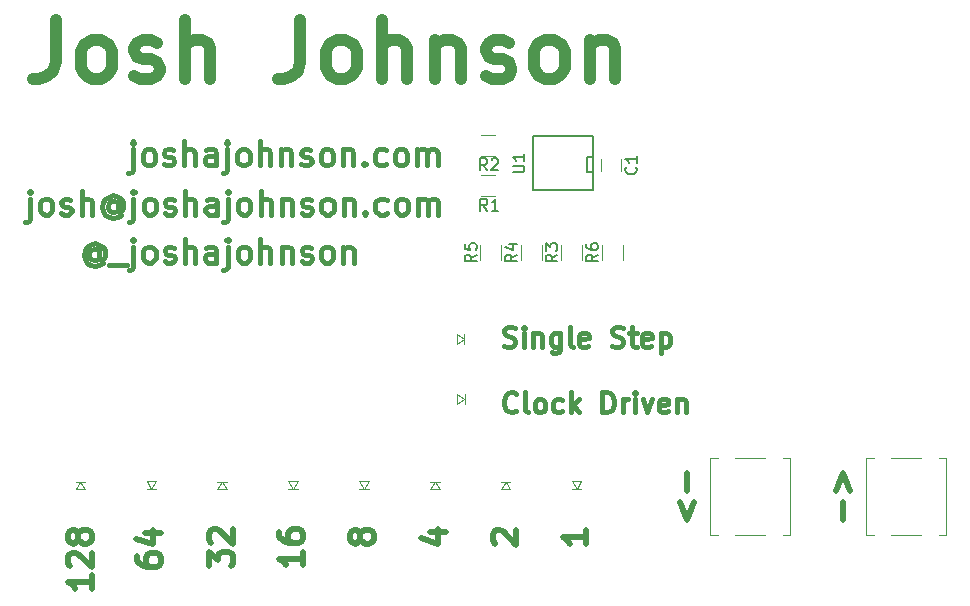
<source format=gbr>
G04 #@! TF.FileFunction,Legend,Top*
%FSLAX46Y46*%
G04 Gerber Fmt 4.6, Leading zero omitted, Abs format (unit mm)*
G04 Created by KiCad (PCBNEW 4.0.7) date 06/25/18 21:13:57*
%MOMM*%
%LPD*%
G01*
G04 APERTURE LIST*
%ADD10C,0.100000*%
%ADD11C,1.000000*%
%ADD12C,0.400000*%
%ADD13C,0.120000*%
%ADD14C,0.150000*%
%ADD15C,0.500000*%
G04 APERTURE END LIST*
D10*
D11*
X64907808Y-58602905D02*
X64907808Y-62174333D01*
X64669712Y-62888619D01*
X64193522Y-63364810D01*
X63479236Y-63602905D01*
X63003046Y-63602905D01*
X68003046Y-63602905D02*
X67526855Y-63364810D01*
X67288760Y-63126714D01*
X67050665Y-62650524D01*
X67050665Y-61221952D01*
X67288760Y-60745762D01*
X67526855Y-60507667D01*
X68003046Y-60269571D01*
X68717332Y-60269571D01*
X69193522Y-60507667D01*
X69431617Y-60745762D01*
X69669713Y-61221952D01*
X69669713Y-62650524D01*
X69431617Y-63126714D01*
X69193522Y-63364810D01*
X68717332Y-63602905D01*
X68003046Y-63602905D01*
X71574475Y-63364810D02*
X72050665Y-63602905D01*
X73003046Y-63602905D01*
X73479237Y-63364810D01*
X73717332Y-62888619D01*
X73717332Y-62650524D01*
X73479237Y-62174333D01*
X73003046Y-61936238D01*
X72288761Y-61936238D01*
X71812570Y-61698143D01*
X71574475Y-61221952D01*
X71574475Y-60983857D01*
X71812570Y-60507667D01*
X72288761Y-60269571D01*
X73003046Y-60269571D01*
X73479237Y-60507667D01*
X75860189Y-63602905D02*
X75860189Y-58602905D01*
X78003046Y-63602905D02*
X78003046Y-60983857D01*
X77764951Y-60507667D01*
X77288761Y-60269571D01*
X76574475Y-60269571D01*
X76098284Y-60507667D01*
X75860189Y-60745762D01*
X85622095Y-58602905D02*
X85622095Y-62174333D01*
X85383999Y-62888619D01*
X84907809Y-63364810D01*
X84193523Y-63602905D01*
X83717333Y-63602905D01*
X88717333Y-63602905D02*
X88241142Y-63364810D01*
X88003047Y-63126714D01*
X87764952Y-62650524D01*
X87764952Y-61221952D01*
X88003047Y-60745762D01*
X88241142Y-60507667D01*
X88717333Y-60269571D01*
X89431619Y-60269571D01*
X89907809Y-60507667D01*
X90145904Y-60745762D01*
X90384000Y-61221952D01*
X90384000Y-62650524D01*
X90145904Y-63126714D01*
X89907809Y-63364810D01*
X89431619Y-63602905D01*
X88717333Y-63602905D01*
X92526857Y-63602905D02*
X92526857Y-58602905D01*
X94669714Y-63602905D02*
X94669714Y-60983857D01*
X94431619Y-60507667D01*
X93955429Y-60269571D01*
X93241143Y-60269571D01*
X92764952Y-60507667D01*
X92526857Y-60745762D01*
X97050667Y-60269571D02*
X97050667Y-63602905D01*
X97050667Y-60745762D02*
X97288762Y-60507667D01*
X97764953Y-60269571D01*
X98479239Y-60269571D01*
X98955429Y-60507667D01*
X99193524Y-60983857D01*
X99193524Y-63602905D01*
X101336382Y-63364810D02*
X101812572Y-63602905D01*
X102764953Y-63602905D01*
X103241144Y-63364810D01*
X103479239Y-62888619D01*
X103479239Y-62650524D01*
X103241144Y-62174333D01*
X102764953Y-61936238D01*
X102050668Y-61936238D01*
X101574477Y-61698143D01*
X101336382Y-61221952D01*
X101336382Y-60983857D01*
X101574477Y-60507667D01*
X102050668Y-60269571D01*
X102764953Y-60269571D01*
X103241144Y-60507667D01*
X106336382Y-63602905D02*
X105860191Y-63364810D01*
X105622096Y-63126714D01*
X105384001Y-62650524D01*
X105384001Y-61221952D01*
X105622096Y-60745762D01*
X105860191Y-60507667D01*
X106336382Y-60269571D01*
X107050668Y-60269571D01*
X107526858Y-60507667D01*
X107764953Y-60745762D01*
X108003049Y-61221952D01*
X108003049Y-62650524D01*
X107764953Y-63126714D01*
X107526858Y-63364810D01*
X107050668Y-63602905D01*
X106336382Y-63602905D01*
X110145906Y-60269571D02*
X110145906Y-63602905D01*
X110145906Y-60745762D02*
X110384001Y-60507667D01*
X110860192Y-60269571D01*
X111574478Y-60269571D01*
X112050668Y-60507667D01*
X112288763Y-60983857D01*
X112288763Y-63602905D01*
D12*
X68597142Y-78184381D02*
X68501904Y-78089143D01*
X68311427Y-77993905D01*
X68120951Y-77993905D01*
X67930475Y-78089143D01*
X67835237Y-78184381D01*
X67739999Y-78374857D01*
X67739999Y-78565333D01*
X67835237Y-78755810D01*
X67930475Y-78851048D01*
X68120951Y-78946286D01*
X68311427Y-78946286D01*
X68501904Y-78851048D01*
X68597142Y-78755810D01*
X68597142Y-77993905D02*
X68597142Y-78755810D01*
X68692380Y-78851048D01*
X68787618Y-78851048D01*
X68978094Y-78755810D01*
X69073332Y-78565333D01*
X69073332Y-78089143D01*
X68882856Y-77803429D01*
X68597142Y-77612952D01*
X68216189Y-77517714D01*
X67835237Y-77612952D01*
X67549523Y-77803429D01*
X67359046Y-78089143D01*
X67263808Y-78470095D01*
X67359046Y-78851048D01*
X67549523Y-79136762D01*
X67835237Y-79327238D01*
X68216189Y-79422476D01*
X68597142Y-79327238D01*
X68882856Y-79136762D01*
X69454285Y-79327238D02*
X70978095Y-79327238D01*
X71454285Y-77803429D02*
X71454285Y-79517714D01*
X71359047Y-79708190D01*
X71168571Y-79803429D01*
X71073333Y-79803429D01*
X71454285Y-77136762D02*
X71359047Y-77232000D01*
X71454285Y-77327238D01*
X71549524Y-77232000D01*
X71454285Y-77136762D01*
X71454285Y-77327238D01*
X72692381Y-79136762D02*
X72501905Y-79041524D01*
X72406666Y-78946286D01*
X72311428Y-78755810D01*
X72311428Y-78184381D01*
X72406666Y-77993905D01*
X72501905Y-77898667D01*
X72692381Y-77803429D01*
X72978095Y-77803429D01*
X73168571Y-77898667D01*
X73263809Y-77993905D01*
X73359047Y-78184381D01*
X73359047Y-78755810D01*
X73263809Y-78946286D01*
X73168571Y-79041524D01*
X72978095Y-79136762D01*
X72692381Y-79136762D01*
X74120952Y-79041524D02*
X74311429Y-79136762D01*
X74692381Y-79136762D01*
X74882857Y-79041524D01*
X74978095Y-78851048D01*
X74978095Y-78755810D01*
X74882857Y-78565333D01*
X74692381Y-78470095D01*
X74406667Y-78470095D01*
X74216190Y-78374857D01*
X74120952Y-78184381D01*
X74120952Y-78089143D01*
X74216190Y-77898667D01*
X74406667Y-77803429D01*
X74692381Y-77803429D01*
X74882857Y-77898667D01*
X75835238Y-79136762D02*
X75835238Y-77136762D01*
X76692381Y-79136762D02*
X76692381Y-78089143D01*
X76597143Y-77898667D01*
X76406667Y-77803429D01*
X76120953Y-77803429D01*
X75930477Y-77898667D01*
X75835238Y-77993905D01*
X78501905Y-79136762D02*
X78501905Y-78089143D01*
X78406667Y-77898667D01*
X78216191Y-77803429D01*
X77835239Y-77803429D01*
X77644762Y-77898667D01*
X78501905Y-79041524D02*
X78311429Y-79136762D01*
X77835239Y-79136762D01*
X77644762Y-79041524D01*
X77549524Y-78851048D01*
X77549524Y-78660571D01*
X77644762Y-78470095D01*
X77835239Y-78374857D01*
X78311429Y-78374857D01*
X78501905Y-78279619D01*
X79454286Y-77803429D02*
X79454286Y-79517714D01*
X79359048Y-79708190D01*
X79168572Y-79803429D01*
X79073334Y-79803429D01*
X79454286Y-77136762D02*
X79359048Y-77232000D01*
X79454286Y-77327238D01*
X79549525Y-77232000D01*
X79454286Y-77136762D01*
X79454286Y-77327238D01*
X80692382Y-79136762D02*
X80501906Y-79041524D01*
X80406667Y-78946286D01*
X80311429Y-78755810D01*
X80311429Y-78184381D01*
X80406667Y-77993905D01*
X80501906Y-77898667D01*
X80692382Y-77803429D01*
X80978096Y-77803429D01*
X81168572Y-77898667D01*
X81263810Y-77993905D01*
X81359048Y-78184381D01*
X81359048Y-78755810D01*
X81263810Y-78946286D01*
X81168572Y-79041524D01*
X80978096Y-79136762D01*
X80692382Y-79136762D01*
X82216191Y-79136762D02*
X82216191Y-77136762D01*
X83073334Y-79136762D02*
X83073334Y-78089143D01*
X82978096Y-77898667D01*
X82787620Y-77803429D01*
X82501906Y-77803429D01*
X82311430Y-77898667D01*
X82216191Y-77993905D01*
X84025715Y-77803429D02*
X84025715Y-79136762D01*
X84025715Y-77993905D02*
X84120954Y-77898667D01*
X84311430Y-77803429D01*
X84597144Y-77803429D01*
X84787620Y-77898667D01*
X84882858Y-78089143D01*
X84882858Y-79136762D01*
X85740001Y-79041524D02*
X85930478Y-79136762D01*
X86311430Y-79136762D01*
X86501906Y-79041524D01*
X86597144Y-78851048D01*
X86597144Y-78755810D01*
X86501906Y-78565333D01*
X86311430Y-78470095D01*
X86025716Y-78470095D01*
X85835239Y-78374857D01*
X85740001Y-78184381D01*
X85740001Y-78089143D01*
X85835239Y-77898667D01*
X86025716Y-77803429D01*
X86311430Y-77803429D01*
X86501906Y-77898667D01*
X87740002Y-79136762D02*
X87549526Y-79041524D01*
X87454287Y-78946286D01*
X87359049Y-78755810D01*
X87359049Y-78184381D01*
X87454287Y-77993905D01*
X87549526Y-77898667D01*
X87740002Y-77803429D01*
X88025716Y-77803429D01*
X88216192Y-77898667D01*
X88311430Y-77993905D01*
X88406668Y-78184381D01*
X88406668Y-78755810D01*
X88311430Y-78946286D01*
X88216192Y-79041524D01*
X88025716Y-79136762D01*
X87740002Y-79136762D01*
X89263811Y-77803429D02*
X89263811Y-79136762D01*
X89263811Y-77993905D02*
X89359050Y-77898667D01*
X89549526Y-77803429D01*
X89835240Y-77803429D01*
X90025716Y-77898667D01*
X90120954Y-78089143D01*
X90120954Y-79136762D01*
X62724283Y-73736429D02*
X62724283Y-75450714D01*
X62629045Y-75641190D01*
X62438569Y-75736429D01*
X62343331Y-75736429D01*
X62724283Y-73069762D02*
X62629045Y-73165000D01*
X62724283Y-73260238D01*
X62819522Y-73165000D01*
X62724283Y-73069762D01*
X62724283Y-73260238D01*
X63962379Y-75069762D02*
X63771903Y-74974524D01*
X63676664Y-74879286D01*
X63581426Y-74688810D01*
X63581426Y-74117381D01*
X63676664Y-73926905D01*
X63771903Y-73831667D01*
X63962379Y-73736429D01*
X64248093Y-73736429D01*
X64438569Y-73831667D01*
X64533807Y-73926905D01*
X64629045Y-74117381D01*
X64629045Y-74688810D01*
X64533807Y-74879286D01*
X64438569Y-74974524D01*
X64248093Y-75069762D01*
X63962379Y-75069762D01*
X65390950Y-74974524D02*
X65581427Y-75069762D01*
X65962379Y-75069762D01*
X66152855Y-74974524D01*
X66248093Y-74784048D01*
X66248093Y-74688810D01*
X66152855Y-74498333D01*
X65962379Y-74403095D01*
X65676665Y-74403095D01*
X65486188Y-74307857D01*
X65390950Y-74117381D01*
X65390950Y-74022143D01*
X65486188Y-73831667D01*
X65676665Y-73736429D01*
X65962379Y-73736429D01*
X66152855Y-73831667D01*
X67105236Y-75069762D02*
X67105236Y-73069762D01*
X67962379Y-75069762D02*
X67962379Y-74022143D01*
X67867141Y-73831667D01*
X67676665Y-73736429D01*
X67390951Y-73736429D01*
X67200475Y-73831667D01*
X67105236Y-73926905D01*
X70152856Y-74117381D02*
X70057618Y-74022143D01*
X69867141Y-73926905D01*
X69676665Y-73926905D01*
X69486189Y-74022143D01*
X69390951Y-74117381D01*
X69295713Y-74307857D01*
X69295713Y-74498333D01*
X69390951Y-74688810D01*
X69486189Y-74784048D01*
X69676665Y-74879286D01*
X69867141Y-74879286D01*
X70057618Y-74784048D01*
X70152856Y-74688810D01*
X70152856Y-73926905D02*
X70152856Y-74688810D01*
X70248094Y-74784048D01*
X70343332Y-74784048D01*
X70533808Y-74688810D01*
X70629046Y-74498333D01*
X70629046Y-74022143D01*
X70438570Y-73736429D01*
X70152856Y-73545952D01*
X69771903Y-73450714D01*
X69390951Y-73545952D01*
X69105237Y-73736429D01*
X68914760Y-74022143D01*
X68819522Y-74403095D01*
X68914760Y-74784048D01*
X69105237Y-75069762D01*
X69390951Y-75260238D01*
X69771903Y-75355476D01*
X70152856Y-75260238D01*
X70438570Y-75069762D01*
X71486189Y-73736429D02*
X71486189Y-75450714D01*
X71390951Y-75641190D01*
X71200475Y-75736429D01*
X71105237Y-75736429D01*
X71486189Y-73069762D02*
X71390951Y-73165000D01*
X71486189Y-73260238D01*
X71581428Y-73165000D01*
X71486189Y-73069762D01*
X71486189Y-73260238D01*
X72724285Y-75069762D02*
X72533809Y-74974524D01*
X72438570Y-74879286D01*
X72343332Y-74688810D01*
X72343332Y-74117381D01*
X72438570Y-73926905D01*
X72533809Y-73831667D01*
X72724285Y-73736429D01*
X73009999Y-73736429D01*
X73200475Y-73831667D01*
X73295713Y-73926905D01*
X73390951Y-74117381D01*
X73390951Y-74688810D01*
X73295713Y-74879286D01*
X73200475Y-74974524D01*
X73009999Y-75069762D01*
X72724285Y-75069762D01*
X74152856Y-74974524D02*
X74343333Y-75069762D01*
X74724285Y-75069762D01*
X74914761Y-74974524D01*
X75009999Y-74784048D01*
X75009999Y-74688810D01*
X74914761Y-74498333D01*
X74724285Y-74403095D01*
X74438571Y-74403095D01*
X74248094Y-74307857D01*
X74152856Y-74117381D01*
X74152856Y-74022143D01*
X74248094Y-73831667D01*
X74438571Y-73736429D01*
X74724285Y-73736429D01*
X74914761Y-73831667D01*
X75867142Y-75069762D02*
X75867142Y-73069762D01*
X76724285Y-75069762D02*
X76724285Y-74022143D01*
X76629047Y-73831667D01*
X76438571Y-73736429D01*
X76152857Y-73736429D01*
X75962381Y-73831667D01*
X75867142Y-73926905D01*
X78533809Y-75069762D02*
X78533809Y-74022143D01*
X78438571Y-73831667D01*
X78248095Y-73736429D01*
X77867143Y-73736429D01*
X77676666Y-73831667D01*
X78533809Y-74974524D02*
X78343333Y-75069762D01*
X77867143Y-75069762D01*
X77676666Y-74974524D01*
X77581428Y-74784048D01*
X77581428Y-74593571D01*
X77676666Y-74403095D01*
X77867143Y-74307857D01*
X78343333Y-74307857D01*
X78533809Y-74212619D01*
X79486190Y-73736429D02*
X79486190Y-75450714D01*
X79390952Y-75641190D01*
X79200476Y-75736429D01*
X79105238Y-75736429D01*
X79486190Y-73069762D02*
X79390952Y-73165000D01*
X79486190Y-73260238D01*
X79581429Y-73165000D01*
X79486190Y-73069762D01*
X79486190Y-73260238D01*
X80724286Y-75069762D02*
X80533810Y-74974524D01*
X80438571Y-74879286D01*
X80343333Y-74688810D01*
X80343333Y-74117381D01*
X80438571Y-73926905D01*
X80533810Y-73831667D01*
X80724286Y-73736429D01*
X81010000Y-73736429D01*
X81200476Y-73831667D01*
X81295714Y-73926905D01*
X81390952Y-74117381D01*
X81390952Y-74688810D01*
X81295714Y-74879286D01*
X81200476Y-74974524D01*
X81010000Y-75069762D01*
X80724286Y-75069762D01*
X82248095Y-75069762D02*
X82248095Y-73069762D01*
X83105238Y-75069762D02*
X83105238Y-74022143D01*
X83010000Y-73831667D01*
X82819524Y-73736429D01*
X82533810Y-73736429D01*
X82343334Y-73831667D01*
X82248095Y-73926905D01*
X84057619Y-73736429D02*
X84057619Y-75069762D01*
X84057619Y-73926905D02*
X84152858Y-73831667D01*
X84343334Y-73736429D01*
X84629048Y-73736429D01*
X84819524Y-73831667D01*
X84914762Y-74022143D01*
X84914762Y-75069762D01*
X85771905Y-74974524D02*
X85962382Y-75069762D01*
X86343334Y-75069762D01*
X86533810Y-74974524D01*
X86629048Y-74784048D01*
X86629048Y-74688810D01*
X86533810Y-74498333D01*
X86343334Y-74403095D01*
X86057620Y-74403095D01*
X85867143Y-74307857D01*
X85771905Y-74117381D01*
X85771905Y-74022143D01*
X85867143Y-73831667D01*
X86057620Y-73736429D01*
X86343334Y-73736429D01*
X86533810Y-73831667D01*
X87771906Y-75069762D02*
X87581430Y-74974524D01*
X87486191Y-74879286D01*
X87390953Y-74688810D01*
X87390953Y-74117381D01*
X87486191Y-73926905D01*
X87581430Y-73831667D01*
X87771906Y-73736429D01*
X88057620Y-73736429D01*
X88248096Y-73831667D01*
X88343334Y-73926905D01*
X88438572Y-74117381D01*
X88438572Y-74688810D01*
X88343334Y-74879286D01*
X88248096Y-74974524D01*
X88057620Y-75069762D01*
X87771906Y-75069762D01*
X89295715Y-73736429D02*
X89295715Y-75069762D01*
X89295715Y-73926905D02*
X89390954Y-73831667D01*
X89581430Y-73736429D01*
X89867144Y-73736429D01*
X90057620Y-73831667D01*
X90152858Y-74022143D01*
X90152858Y-75069762D01*
X91105239Y-74879286D02*
X91200478Y-74974524D01*
X91105239Y-75069762D01*
X91010001Y-74974524D01*
X91105239Y-74879286D01*
X91105239Y-75069762D01*
X92914763Y-74974524D02*
X92724287Y-75069762D01*
X92343335Y-75069762D01*
X92152859Y-74974524D01*
X92057620Y-74879286D01*
X91962382Y-74688810D01*
X91962382Y-74117381D01*
X92057620Y-73926905D01*
X92152859Y-73831667D01*
X92343335Y-73736429D01*
X92724287Y-73736429D01*
X92914763Y-73831667D01*
X94057621Y-75069762D02*
X93867145Y-74974524D01*
X93771906Y-74879286D01*
X93676668Y-74688810D01*
X93676668Y-74117381D01*
X93771906Y-73926905D01*
X93867145Y-73831667D01*
X94057621Y-73736429D01*
X94343335Y-73736429D01*
X94533811Y-73831667D01*
X94629049Y-73926905D01*
X94724287Y-74117381D01*
X94724287Y-74688810D01*
X94629049Y-74879286D01*
X94533811Y-74974524D01*
X94343335Y-75069762D01*
X94057621Y-75069762D01*
X95581430Y-75069762D02*
X95581430Y-73736429D01*
X95581430Y-73926905D02*
X95676669Y-73831667D01*
X95867145Y-73736429D01*
X96152859Y-73736429D01*
X96343335Y-73831667D01*
X96438573Y-74022143D01*
X96438573Y-75069762D01*
X96438573Y-74022143D02*
X96533811Y-73831667D01*
X96724288Y-73736429D01*
X97010002Y-73736429D01*
X97200478Y-73831667D01*
X97295716Y-74022143D01*
X97295716Y-75069762D01*
X71423236Y-69548429D02*
X71423236Y-71262714D01*
X71327998Y-71453190D01*
X71137522Y-71548429D01*
X71042284Y-71548429D01*
X71423236Y-68881762D02*
X71327998Y-68977000D01*
X71423236Y-69072238D01*
X71518475Y-68977000D01*
X71423236Y-68881762D01*
X71423236Y-69072238D01*
X72661332Y-70881762D02*
X72470856Y-70786524D01*
X72375617Y-70691286D01*
X72280379Y-70500810D01*
X72280379Y-69929381D01*
X72375617Y-69738905D01*
X72470856Y-69643667D01*
X72661332Y-69548429D01*
X72947046Y-69548429D01*
X73137522Y-69643667D01*
X73232760Y-69738905D01*
X73327998Y-69929381D01*
X73327998Y-70500810D01*
X73232760Y-70691286D01*
X73137522Y-70786524D01*
X72947046Y-70881762D01*
X72661332Y-70881762D01*
X74089903Y-70786524D02*
X74280380Y-70881762D01*
X74661332Y-70881762D01*
X74851808Y-70786524D01*
X74947046Y-70596048D01*
X74947046Y-70500810D01*
X74851808Y-70310333D01*
X74661332Y-70215095D01*
X74375618Y-70215095D01*
X74185141Y-70119857D01*
X74089903Y-69929381D01*
X74089903Y-69834143D01*
X74185141Y-69643667D01*
X74375618Y-69548429D01*
X74661332Y-69548429D01*
X74851808Y-69643667D01*
X75804189Y-70881762D02*
X75804189Y-68881762D01*
X76661332Y-70881762D02*
X76661332Y-69834143D01*
X76566094Y-69643667D01*
X76375618Y-69548429D01*
X76089904Y-69548429D01*
X75899428Y-69643667D01*
X75804189Y-69738905D01*
X78470856Y-70881762D02*
X78470856Y-69834143D01*
X78375618Y-69643667D01*
X78185142Y-69548429D01*
X77804190Y-69548429D01*
X77613713Y-69643667D01*
X78470856Y-70786524D02*
X78280380Y-70881762D01*
X77804190Y-70881762D01*
X77613713Y-70786524D01*
X77518475Y-70596048D01*
X77518475Y-70405571D01*
X77613713Y-70215095D01*
X77804190Y-70119857D01*
X78280380Y-70119857D01*
X78470856Y-70024619D01*
X79423237Y-69548429D02*
X79423237Y-71262714D01*
X79327999Y-71453190D01*
X79137523Y-71548429D01*
X79042285Y-71548429D01*
X79423237Y-68881762D02*
X79327999Y-68977000D01*
X79423237Y-69072238D01*
X79518476Y-68977000D01*
X79423237Y-68881762D01*
X79423237Y-69072238D01*
X80661333Y-70881762D02*
X80470857Y-70786524D01*
X80375618Y-70691286D01*
X80280380Y-70500810D01*
X80280380Y-69929381D01*
X80375618Y-69738905D01*
X80470857Y-69643667D01*
X80661333Y-69548429D01*
X80947047Y-69548429D01*
X81137523Y-69643667D01*
X81232761Y-69738905D01*
X81327999Y-69929381D01*
X81327999Y-70500810D01*
X81232761Y-70691286D01*
X81137523Y-70786524D01*
X80947047Y-70881762D01*
X80661333Y-70881762D01*
X82185142Y-70881762D02*
X82185142Y-68881762D01*
X83042285Y-70881762D02*
X83042285Y-69834143D01*
X82947047Y-69643667D01*
X82756571Y-69548429D01*
X82470857Y-69548429D01*
X82280381Y-69643667D01*
X82185142Y-69738905D01*
X83994666Y-69548429D02*
X83994666Y-70881762D01*
X83994666Y-69738905D02*
X84089905Y-69643667D01*
X84280381Y-69548429D01*
X84566095Y-69548429D01*
X84756571Y-69643667D01*
X84851809Y-69834143D01*
X84851809Y-70881762D01*
X85708952Y-70786524D02*
X85899429Y-70881762D01*
X86280381Y-70881762D01*
X86470857Y-70786524D01*
X86566095Y-70596048D01*
X86566095Y-70500810D01*
X86470857Y-70310333D01*
X86280381Y-70215095D01*
X85994667Y-70215095D01*
X85804190Y-70119857D01*
X85708952Y-69929381D01*
X85708952Y-69834143D01*
X85804190Y-69643667D01*
X85994667Y-69548429D01*
X86280381Y-69548429D01*
X86470857Y-69643667D01*
X87708953Y-70881762D02*
X87518477Y-70786524D01*
X87423238Y-70691286D01*
X87328000Y-70500810D01*
X87328000Y-69929381D01*
X87423238Y-69738905D01*
X87518477Y-69643667D01*
X87708953Y-69548429D01*
X87994667Y-69548429D01*
X88185143Y-69643667D01*
X88280381Y-69738905D01*
X88375619Y-69929381D01*
X88375619Y-70500810D01*
X88280381Y-70691286D01*
X88185143Y-70786524D01*
X87994667Y-70881762D01*
X87708953Y-70881762D01*
X89232762Y-69548429D02*
X89232762Y-70881762D01*
X89232762Y-69738905D02*
X89328001Y-69643667D01*
X89518477Y-69548429D01*
X89804191Y-69548429D01*
X89994667Y-69643667D01*
X90089905Y-69834143D01*
X90089905Y-70881762D01*
X91042286Y-70691286D02*
X91137525Y-70786524D01*
X91042286Y-70881762D01*
X90947048Y-70786524D01*
X91042286Y-70691286D01*
X91042286Y-70881762D01*
X92851810Y-70786524D02*
X92661334Y-70881762D01*
X92280382Y-70881762D01*
X92089906Y-70786524D01*
X91994667Y-70691286D01*
X91899429Y-70500810D01*
X91899429Y-69929381D01*
X91994667Y-69738905D01*
X92089906Y-69643667D01*
X92280382Y-69548429D01*
X92661334Y-69548429D01*
X92851810Y-69643667D01*
X93994668Y-70881762D02*
X93804192Y-70786524D01*
X93708953Y-70691286D01*
X93613715Y-70500810D01*
X93613715Y-69929381D01*
X93708953Y-69738905D01*
X93804192Y-69643667D01*
X93994668Y-69548429D01*
X94280382Y-69548429D01*
X94470858Y-69643667D01*
X94566096Y-69738905D01*
X94661334Y-69929381D01*
X94661334Y-70500810D01*
X94566096Y-70691286D01*
X94470858Y-70786524D01*
X94280382Y-70881762D01*
X93994668Y-70881762D01*
X95518477Y-70881762D02*
X95518477Y-69548429D01*
X95518477Y-69738905D02*
X95613716Y-69643667D01*
X95804192Y-69548429D01*
X96089906Y-69548429D01*
X96280382Y-69643667D01*
X96375620Y-69834143D01*
X96375620Y-70881762D01*
X96375620Y-69834143D02*
X96470858Y-69643667D01*
X96661335Y-69548429D01*
X96947049Y-69548429D01*
X97137525Y-69643667D01*
X97232763Y-69834143D01*
X97232763Y-70881762D01*
X103913029Y-91666143D02*
X103832077Y-91747095D01*
X103589220Y-91828048D01*
X103427315Y-91828048D01*
X103184458Y-91747095D01*
X103022553Y-91585190D01*
X102941601Y-91423286D01*
X102860649Y-91099476D01*
X102860649Y-90856619D01*
X102941601Y-90532810D01*
X103022553Y-90370905D01*
X103184458Y-90209000D01*
X103427315Y-90128048D01*
X103589220Y-90128048D01*
X103832077Y-90209000D01*
X103913029Y-90289952D01*
X104884458Y-91828048D02*
X104722553Y-91747095D01*
X104641601Y-91585190D01*
X104641601Y-90128048D01*
X105774934Y-91828048D02*
X105613029Y-91747095D01*
X105532077Y-91666143D01*
X105451125Y-91504238D01*
X105451125Y-91018524D01*
X105532077Y-90856619D01*
X105613029Y-90775667D01*
X105774934Y-90694714D01*
X106017791Y-90694714D01*
X106179696Y-90775667D01*
X106260648Y-90856619D01*
X106341601Y-91018524D01*
X106341601Y-91504238D01*
X106260648Y-91666143D01*
X106179696Y-91747095D01*
X106017791Y-91828048D01*
X105774934Y-91828048D01*
X107798743Y-91747095D02*
X107636839Y-91828048D01*
X107313029Y-91828048D01*
X107151124Y-91747095D01*
X107070172Y-91666143D01*
X106989220Y-91504238D01*
X106989220Y-91018524D01*
X107070172Y-90856619D01*
X107151124Y-90775667D01*
X107313029Y-90694714D01*
X107636839Y-90694714D01*
X107798743Y-90775667D01*
X108527315Y-91828048D02*
X108527315Y-90128048D01*
X108689220Y-91180429D02*
X109174934Y-91828048D01*
X109174934Y-90694714D02*
X108527315Y-91342333D01*
X111198743Y-91828048D02*
X111198743Y-90128048D01*
X111603505Y-90128048D01*
X111846362Y-90209000D01*
X112008267Y-90370905D01*
X112089219Y-90532810D01*
X112170171Y-90856619D01*
X112170171Y-91099476D01*
X112089219Y-91423286D01*
X112008267Y-91585190D01*
X111846362Y-91747095D01*
X111603505Y-91828048D01*
X111198743Y-91828048D01*
X112898743Y-91828048D02*
X112898743Y-90694714D01*
X112898743Y-91018524D02*
X112979695Y-90856619D01*
X113060648Y-90775667D01*
X113222552Y-90694714D01*
X113384457Y-90694714D01*
X113951124Y-91828048D02*
X113951124Y-90694714D01*
X113951124Y-90128048D02*
X113870172Y-90209000D01*
X113951124Y-90289952D01*
X114032076Y-90209000D01*
X113951124Y-90128048D01*
X113951124Y-90289952D01*
X114598743Y-90694714D02*
X115003505Y-91828048D01*
X115408267Y-90694714D01*
X116703505Y-91747095D02*
X116541600Y-91828048D01*
X116217791Y-91828048D01*
X116055886Y-91747095D01*
X115974934Y-91585190D01*
X115974934Y-90937571D01*
X116055886Y-90775667D01*
X116217791Y-90694714D01*
X116541600Y-90694714D01*
X116703505Y-90775667D01*
X116784457Y-90937571D01*
X116784457Y-91099476D01*
X115974934Y-91261381D01*
X117513029Y-90694714D02*
X117513029Y-91828048D01*
X117513029Y-90856619D02*
X117593981Y-90775667D01*
X117755886Y-90694714D01*
X117998743Y-90694714D01*
X118160648Y-90775667D01*
X118241600Y-90937571D01*
X118241600Y-91828048D01*
X102837543Y-86184495D02*
X103080400Y-86265448D01*
X103485162Y-86265448D01*
X103647066Y-86184495D01*
X103728019Y-86103543D01*
X103808971Y-85941638D01*
X103808971Y-85779733D01*
X103728019Y-85617829D01*
X103647066Y-85536876D01*
X103485162Y-85455924D01*
X103161352Y-85374971D01*
X102999447Y-85294019D01*
X102918495Y-85213067D01*
X102837543Y-85051162D01*
X102837543Y-84889257D01*
X102918495Y-84727352D01*
X102999447Y-84646400D01*
X103161352Y-84565448D01*
X103566114Y-84565448D01*
X103808971Y-84646400D01*
X104537543Y-86265448D02*
X104537543Y-85132114D01*
X104537543Y-84565448D02*
X104456591Y-84646400D01*
X104537543Y-84727352D01*
X104618495Y-84646400D01*
X104537543Y-84565448D01*
X104537543Y-84727352D01*
X105347067Y-85132114D02*
X105347067Y-86265448D01*
X105347067Y-85294019D02*
X105428019Y-85213067D01*
X105589924Y-85132114D01*
X105832781Y-85132114D01*
X105994686Y-85213067D01*
X106075638Y-85374971D01*
X106075638Y-86265448D01*
X107613733Y-85132114D02*
X107613733Y-86508305D01*
X107532781Y-86670210D01*
X107451829Y-86751162D01*
X107289924Y-86832114D01*
X107047067Y-86832114D01*
X106885162Y-86751162D01*
X107613733Y-86184495D02*
X107451829Y-86265448D01*
X107128019Y-86265448D01*
X106966114Y-86184495D01*
X106885162Y-86103543D01*
X106804210Y-85941638D01*
X106804210Y-85455924D01*
X106885162Y-85294019D01*
X106966114Y-85213067D01*
X107128019Y-85132114D01*
X107451829Y-85132114D01*
X107613733Y-85213067D01*
X108666114Y-86265448D02*
X108504209Y-86184495D01*
X108423257Y-86022590D01*
X108423257Y-84565448D01*
X109961352Y-86184495D02*
X109799447Y-86265448D01*
X109475638Y-86265448D01*
X109313733Y-86184495D01*
X109232781Y-86022590D01*
X109232781Y-85374971D01*
X109313733Y-85213067D01*
X109475638Y-85132114D01*
X109799447Y-85132114D01*
X109961352Y-85213067D01*
X110042304Y-85374971D01*
X110042304Y-85536876D01*
X109232781Y-85698781D01*
X111985162Y-86184495D02*
X112228019Y-86265448D01*
X112632781Y-86265448D01*
X112794685Y-86184495D01*
X112875638Y-86103543D01*
X112956590Y-85941638D01*
X112956590Y-85779733D01*
X112875638Y-85617829D01*
X112794685Y-85536876D01*
X112632781Y-85455924D01*
X112308971Y-85374971D01*
X112147066Y-85294019D01*
X112066114Y-85213067D01*
X111985162Y-85051162D01*
X111985162Y-84889257D01*
X112066114Y-84727352D01*
X112147066Y-84646400D01*
X112308971Y-84565448D01*
X112713733Y-84565448D01*
X112956590Y-84646400D01*
X113442305Y-85132114D02*
X114089924Y-85132114D01*
X113685162Y-84565448D02*
X113685162Y-86022590D01*
X113766114Y-86184495D01*
X113928019Y-86265448D01*
X114089924Y-86265448D01*
X115304210Y-86184495D02*
X115142305Y-86265448D01*
X114818496Y-86265448D01*
X114656591Y-86184495D01*
X114575639Y-86022590D01*
X114575639Y-85374971D01*
X114656591Y-85213067D01*
X114818496Y-85132114D01*
X115142305Y-85132114D01*
X115304210Y-85213067D01*
X115385162Y-85374971D01*
X115385162Y-85536876D01*
X114575639Y-85698781D01*
X116113734Y-85132114D02*
X116113734Y-86832114D01*
X116113734Y-85213067D02*
X116275639Y-85132114D01*
X116599448Y-85132114D01*
X116761353Y-85213067D01*
X116842305Y-85294019D01*
X116923258Y-85455924D01*
X116923258Y-85941638D01*
X116842305Y-86103543D01*
X116761353Y-86184495D01*
X116599448Y-86265448D01*
X116275639Y-86265448D01*
X116113734Y-86184495D01*
D13*
X126448000Y-95667000D02*
X127098000Y-95667000D01*
X127098000Y-95667000D02*
X127098000Y-102167000D01*
X127098000Y-102167000D02*
X126448000Y-102167000D01*
X120948000Y-95667000D02*
X120298000Y-95667000D01*
X120298000Y-95667000D02*
X120298000Y-102167000D01*
X120298000Y-102167000D02*
X120948000Y-102167000D01*
X122448000Y-95667000D02*
X124948000Y-95667000D01*
X122448000Y-102167000D02*
X124948000Y-102167000D01*
D10*
X99532400Y-91078000D02*
X99532400Y-90278000D01*
X99482400Y-90678000D02*
X98882400Y-91078000D01*
X98882400Y-90278000D02*
X99482400Y-90678000D01*
X98882400Y-91078000D02*
X98882400Y-90278000D01*
D13*
X112737000Y-71382000D02*
X112737000Y-70382000D01*
X111037000Y-70382000D02*
X111037000Y-71382000D01*
X102139000Y-73524000D02*
X100939000Y-73524000D01*
X100939000Y-71764000D02*
X102139000Y-71764000D01*
X102139000Y-70095000D02*
X100939000Y-70095000D01*
X100939000Y-68335000D02*
X102139000Y-68335000D01*
X109465000Y-77693000D02*
X109465000Y-78893000D01*
X107705000Y-78893000D02*
X107705000Y-77693000D01*
X106036000Y-77693000D02*
X106036000Y-78893000D01*
X104276000Y-78893000D02*
X104276000Y-77693000D01*
X102623000Y-77693000D02*
X102623000Y-78893000D01*
X100863000Y-78893000D02*
X100863000Y-77693000D01*
X112894000Y-77693000D02*
X112894000Y-78893000D01*
X111134000Y-78893000D02*
X111134000Y-77693000D01*
X139656000Y-95667000D02*
X140306000Y-95667000D01*
X140306000Y-95667000D02*
X140306000Y-102167000D01*
X140306000Y-102167000D02*
X139656000Y-102167000D01*
X134156000Y-95667000D02*
X133506000Y-95667000D01*
X133506000Y-95667000D02*
X133506000Y-102167000D01*
X133506000Y-102167000D02*
X134156000Y-102167000D01*
X135656000Y-95667000D02*
X138156000Y-95667000D01*
X135656000Y-102167000D02*
X138156000Y-102167000D01*
D14*
X110363000Y-73025000D02*
X105283000Y-73025000D01*
X105283000Y-73025000D02*
X105283000Y-68453000D01*
X105283000Y-68453000D02*
X110363000Y-68453000D01*
X110363000Y-68453000D02*
X110363000Y-73025000D01*
X110363000Y-71501000D02*
X109855000Y-71501000D01*
X109855000Y-71501000D02*
X109855000Y-70231000D01*
X109855000Y-70231000D02*
X110363000Y-70231000D01*
D10*
X97400000Y-97680000D02*
X96600000Y-97680000D01*
X97000000Y-97730000D02*
X97400000Y-98330000D01*
X96600000Y-98330000D02*
X97000000Y-97730000D01*
X97400000Y-98330000D02*
X96600000Y-98330000D01*
X108600000Y-98320000D02*
X109400000Y-98320000D01*
X109000000Y-98270000D02*
X108600000Y-97670000D01*
X109400000Y-97670000D02*
X109000000Y-98270000D01*
X108600000Y-97670000D02*
X109400000Y-97670000D01*
X103400000Y-97680000D02*
X102600000Y-97680000D01*
X103000000Y-97730000D02*
X103400000Y-98330000D01*
X102600000Y-98330000D02*
X103000000Y-97730000D01*
X103400000Y-98330000D02*
X102600000Y-98330000D01*
X90600000Y-98320000D02*
X91400000Y-98320000D01*
X91000000Y-98270000D02*
X90600000Y-97670000D01*
X91400000Y-97670000D02*
X91000000Y-98270000D01*
X90600000Y-97670000D02*
X91400000Y-97670000D01*
X84600000Y-98320000D02*
X85400000Y-98320000D01*
X85000000Y-98270000D02*
X84600000Y-97670000D01*
X85400000Y-97670000D02*
X85000000Y-98270000D01*
X84600000Y-97670000D02*
X85400000Y-97670000D01*
X79400000Y-97680000D02*
X78600000Y-97680000D01*
X79000000Y-97730000D02*
X79400000Y-98330000D01*
X78600000Y-98330000D02*
X79000000Y-97730000D01*
X79400000Y-98330000D02*
X78600000Y-98330000D01*
X72600000Y-98320000D02*
X73400000Y-98320000D01*
X73000000Y-98270000D02*
X72600000Y-97670000D01*
X73400000Y-97670000D02*
X73000000Y-98270000D01*
X72600000Y-97670000D02*
X73400000Y-97670000D01*
X67400000Y-97680000D02*
X66600000Y-97680000D01*
X67000000Y-97730000D02*
X67400000Y-98330000D01*
X66600000Y-98330000D02*
X67000000Y-97730000D01*
X67400000Y-98330000D02*
X66600000Y-98330000D01*
X99508000Y-85998000D02*
X99508000Y-85198000D01*
X99458000Y-85598000D02*
X98858000Y-85998000D01*
X98858000Y-85198000D02*
X99458000Y-85598000D01*
X98858000Y-85998000D02*
X98858000Y-85198000D01*
D15*
X117769429Y-99393190D02*
X118340857Y-100917000D01*
X118912286Y-99393190D01*
X118340857Y-98440810D02*
X118340857Y-96917000D01*
D14*
X114022143Y-71048666D02*
X114069762Y-71096285D01*
X114117381Y-71239142D01*
X114117381Y-71334380D01*
X114069762Y-71477238D01*
X113974524Y-71572476D01*
X113879286Y-71620095D01*
X113688810Y-71667714D01*
X113545952Y-71667714D01*
X113355476Y-71620095D01*
X113260238Y-71572476D01*
X113165000Y-71477238D01*
X113117381Y-71334380D01*
X113117381Y-71239142D01*
X113165000Y-71096285D01*
X113212619Y-71048666D01*
X114117381Y-70096285D02*
X114117381Y-70667714D01*
X114117381Y-70382000D02*
X113117381Y-70382000D01*
X113260238Y-70477238D01*
X113355476Y-70572476D01*
X113403095Y-70667714D01*
X101438334Y-74747381D02*
X101105000Y-74271190D01*
X100866905Y-74747381D02*
X100866905Y-73747381D01*
X101247858Y-73747381D01*
X101343096Y-73795000D01*
X101390715Y-73842619D01*
X101438334Y-73937857D01*
X101438334Y-74080714D01*
X101390715Y-74175952D01*
X101343096Y-74223571D01*
X101247858Y-74271190D01*
X100866905Y-74271190D01*
X102390715Y-74747381D02*
X101819286Y-74747381D01*
X102105000Y-74747381D02*
X102105000Y-73747381D01*
X102009762Y-73890238D01*
X101914524Y-73985476D01*
X101819286Y-74033095D01*
X101433334Y-71318381D02*
X101100000Y-70842190D01*
X100861905Y-71318381D02*
X100861905Y-70318381D01*
X101242858Y-70318381D01*
X101338096Y-70366000D01*
X101385715Y-70413619D01*
X101433334Y-70508857D01*
X101433334Y-70651714D01*
X101385715Y-70746952D01*
X101338096Y-70794571D01*
X101242858Y-70842190D01*
X100861905Y-70842190D01*
X101814286Y-70413619D02*
X101861905Y-70366000D01*
X101957143Y-70318381D01*
X102195239Y-70318381D01*
X102290477Y-70366000D01*
X102338096Y-70413619D01*
X102385715Y-70508857D01*
X102385715Y-70604095D01*
X102338096Y-70746952D01*
X101766667Y-71318381D01*
X102385715Y-71318381D01*
X107387381Y-78459666D02*
X106911190Y-78793000D01*
X107387381Y-79031095D02*
X106387381Y-79031095D01*
X106387381Y-78650142D01*
X106435000Y-78554904D01*
X106482619Y-78507285D01*
X106577857Y-78459666D01*
X106720714Y-78459666D01*
X106815952Y-78507285D01*
X106863571Y-78554904D01*
X106911190Y-78650142D01*
X106911190Y-79031095D01*
X106387381Y-78126333D02*
X106387381Y-77507285D01*
X106768333Y-77840619D01*
X106768333Y-77697761D01*
X106815952Y-77602523D01*
X106863571Y-77554904D01*
X106958810Y-77507285D01*
X107196905Y-77507285D01*
X107292143Y-77554904D01*
X107339762Y-77602523D01*
X107387381Y-77697761D01*
X107387381Y-77983476D01*
X107339762Y-78078714D01*
X107292143Y-78126333D01*
X103958381Y-78459666D02*
X103482190Y-78793000D01*
X103958381Y-79031095D02*
X102958381Y-79031095D01*
X102958381Y-78650142D01*
X103006000Y-78554904D01*
X103053619Y-78507285D01*
X103148857Y-78459666D01*
X103291714Y-78459666D01*
X103386952Y-78507285D01*
X103434571Y-78554904D01*
X103482190Y-78650142D01*
X103482190Y-79031095D01*
X103291714Y-77602523D02*
X103958381Y-77602523D01*
X102910762Y-77840619D02*
X103625048Y-78078714D01*
X103625048Y-77459666D01*
X100545381Y-78459666D02*
X100069190Y-78793000D01*
X100545381Y-79031095D02*
X99545381Y-79031095D01*
X99545381Y-78650142D01*
X99593000Y-78554904D01*
X99640619Y-78507285D01*
X99735857Y-78459666D01*
X99878714Y-78459666D01*
X99973952Y-78507285D01*
X100021571Y-78554904D01*
X100069190Y-78650142D01*
X100069190Y-79031095D01*
X99545381Y-77554904D02*
X99545381Y-78031095D01*
X100021571Y-78078714D01*
X99973952Y-78031095D01*
X99926333Y-77935857D01*
X99926333Y-77697761D01*
X99973952Y-77602523D01*
X100021571Y-77554904D01*
X100116810Y-77507285D01*
X100354905Y-77507285D01*
X100450143Y-77554904D01*
X100497762Y-77602523D01*
X100545381Y-77697761D01*
X100545381Y-77935857D01*
X100497762Y-78031095D01*
X100450143Y-78078714D01*
X110816381Y-78459666D02*
X110340190Y-78793000D01*
X110816381Y-79031095D02*
X109816381Y-79031095D01*
X109816381Y-78650142D01*
X109864000Y-78554904D01*
X109911619Y-78507285D01*
X110006857Y-78459666D01*
X110149714Y-78459666D01*
X110244952Y-78507285D01*
X110292571Y-78554904D01*
X110340190Y-78650142D01*
X110340190Y-79031095D01*
X109816381Y-77602523D02*
X109816381Y-77793000D01*
X109864000Y-77888238D01*
X109911619Y-77935857D01*
X110054476Y-78031095D01*
X110244952Y-78078714D01*
X110625905Y-78078714D01*
X110721143Y-78031095D01*
X110768762Y-77983476D01*
X110816381Y-77888238D01*
X110816381Y-77697761D01*
X110768762Y-77602523D01*
X110721143Y-77554904D01*
X110625905Y-77507285D01*
X110387810Y-77507285D01*
X110292571Y-77554904D01*
X110244952Y-77602523D01*
X110197333Y-77697761D01*
X110197333Y-77888238D01*
X110244952Y-77983476D01*
X110292571Y-78031095D01*
X110387810Y-78078714D01*
D15*
X131548857Y-100917000D02*
X131548857Y-99393190D01*
X130977429Y-98440810D02*
X131548857Y-96917000D01*
X132120286Y-98440810D01*
D14*
X103592381Y-71500905D02*
X104401905Y-71500905D01*
X104497143Y-71453286D01*
X104544762Y-71405667D01*
X104592381Y-71310429D01*
X104592381Y-71119952D01*
X104544762Y-71024714D01*
X104497143Y-70977095D01*
X104401905Y-70929476D01*
X103592381Y-70929476D01*
X104592381Y-69929476D02*
X104592381Y-70500905D01*
X104592381Y-70215191D02*
X103592381Y-70215191D01*
X103735238Y-70310429D01*
X103830476Y-70405667D01*
X103878095Y-70500905D01*
D15*
X96599429Y-101981048D02*
X97932762Y-101981048D01*
X95837524Y-102457238D02*
X97266095Y-102933429D01*
X97266095Y-101695333D01*
X109836762Y-101790571D02*
X109836762Y-102933429D01*
X109836762Y-102362000D02*
X107836762Y-102362000D01*
X108122476Y-102552476D01*
X108312952Y-102742952D01*
X108408190Y-102933429D01*
X102092238Y-102933429D02*
X101997000Y-102838191D01*
X101901762Y-102647714D01*
X101901762Y-102171524D01*
X101997000Y-101981048D01*
X102092238Y-101885810D01*
X102282714Y-101790571D01*
X102473190Y-101790571D01*
X102758905Y-101885810D01*
X103901762Y-103028667D01*
X103901762Y-101790571D01*
X90693905Y-102552476D02*
X90598667Y-102742952D01*
X90503429Y-102838191D01*
X90312952Y-102933429D01*
X90217714Y-102933429D01*
X90027238Y-102838191D01*
X89932000Y-102742952D01*
X89836762Y-102552476D01*
X89836762Y-102171524D01*
X89932000Y-101981048D01*
X90027238Y-101885810D01*
X90217714Y-101790571D01*
X90312952Y-101790571D01*
X90503429Y-101885810D01*
X90598667Y-101981048D01*
X90693905Y-102171524D01*
X90693905Y-102552476D01*
X90789143Y-102742952D01*
X90884381Y-102838191D01*
X91074857Y-102933429D01*
X91455810Y-102933429D01*
X91646286Y-102838191D01*
X91741524Y-102742952D01*
X91836762Y-102552476D01*
X91836762Y-102171524D01*
X91741524Y-101981048D01*
X91646286Y-101885810D01*
X91455810Y-101790571D01*
X91074857Y-101790571D01*
X90884381Y-101885810D01*
X90789143Y-101981048D01*
X90693905Y-102171524D01*
X85836762Y-103631952D02*
X85836762Y-104774810D01*
X85836762Y-104203381D02*
X83836762Y-104203381D01*
X84122476Y-104393857D01*
X84312952Y-104584333D01*
X84408190Y-104774810D01*
X83836762Y-101917667D02*
X83836762Y-102298619D01*
X83932000Y-102489095D01*
X84027238Y-102584333D01*
X84312952Y-102774810D01*
X84693905Y-102870048D01*
X85455810Y-102870048D01*
X85646286Y-102774810D01*
X85741524Y-102679571D01*
X85836762Y-102489095D01*
X85836762Y-102108143D01*
X85741524Y-101917667D01*
X85646286Y-101822429D01*
X85455810Y-101727190D01*
X84979619Y-101727190D01*
X84789143Y-101822429D01*
X84693905Y-101917667D01*
X84598667Y-102108143D01*
X84598667Y-102489095D01*
X84693905Y-102679571D01*
X84789143Y-102774810D01*
X84979619Y-102870048D01*
X77898762Y-104870048D02*
X77898762Y-103631952D01*
X78660667Y-104298619D01*
X78660667Y-104012905D01*
X78755905Y-103822429D01*
X78851143Y-103727191D01*
X79041619Y-103631952D01*
X79517810Y-103631952D01*
X79708286Y-103727191D01*
X79803524Y-103822429D01*
X79898762Y-104012905D01*
X79898762Y-104584333D01*
X79803524Y-104774810D01*
X79708286Y-104870048D01*
X78089238Y-102870048D02*
X77994000Y-102774810D01*
X77898762Y-102584333D01*
X77898762Y-102108143D01*
X77994000Y-101917667D01*
X78089238Y-101822429D01*
X78279714Y-101727190D01*
X78470190Y-101727190D01*
X78755905Y-101822429D01*
X79898762Y-102965286D01*
X79898762Y-101727190D01*
X71802762Y-103949429D02*
X71802762Y-104330381D01*
X71898000Y-104520857D01*
X71993238Y-104616095D01*
X72278952Y-104806572D01*
X72659905Y-104901810D01*
X73421810Y-104901810D01*
X73612286Y-104806572D01*
X73707524Y-104711333D01*
X73802762Y-104520857D01*
X73802762Y-104139905D01*
X73707524Y-103949429D01*
X73612286Y-103854191D01*
X73421810Y-103758952D01*
X72945619Y-103758952D01*
X72755143Y-103854191D01*
X72659905Y-103949429D01*
X72564667Y-104139905D01*
X72564667Y-104520857D01*
X72659905Y-104711333D01*
X72755143Y-104806572D01*
X72945619Y-104901810D01*
X72469429Y-102044667D02*
X73802762Y-102044667D01*
X71707524Y-102520857D02*
X73136095Y-102997048D01*
X73136095Y-101758952D01*
X67960762Y-105600333D02*
X67960762Y-106743191D01*
X67960762Y-106171762D02*
X65960762Y-106171762D01*
X66246476Y-106362238D01*
X66436952Y-106552714D01*
X66532190Y-106743191D01*
X66151238Y-104838429D02*
X66056000Y-104743191D01*
X65960762Y-104552714D01*
X65960762Y-104076524D01*
X66056000Y-103886048D01*
X66151238Y-103790810D01*
X66341714Y-103695571D01*
X66532190Y-103695571D01*
X66817905Y-103790810D01*
X67960762Y-104933667D01*
X67960762Y-103695571D01*
X66817905Y-102552714D02*
X66722667Y-102743190D01*
X66627429Y-102838429D01*
X66436952Y-102933667D01*
X66341714Y-102933667D01*
X66151238Y-102838429D01*
X66056000Y-102743190D01*
X65960762Y-102552714D01*
X65960762Y-102171762D01*
X66056000Y-101981286D01*
X66151238Y-101886048D01*
X66341714Y-101790809D01*
X66436952Y-101790809D01*
X66627429Y-101886048D01*
X66722667Y-101981286D01*
X66817905Y-102171762D01*
X66817905Y-102552714D01*
X66913143Y-102743190D01*
X67008381Y-102838429D01*
X67198857Y-102933667D01*
X67579810Y-102933667D01*
X67770286Y-102838429D01*
X67865524Y-102743190D01*
X67960762Y-102552714D01*
X67960762Y-102171762D01*
X67865524Y-101981286D01*
X67770286Y-101886048D01*
X67579810Y-101790809D01*
X67198857Y-101790809D01*
X67008381Y-101886048D01*
X66913143Y-101981286D01*
X66817905Y-102171762D01*
D14*
D15*
M02*

</source>
